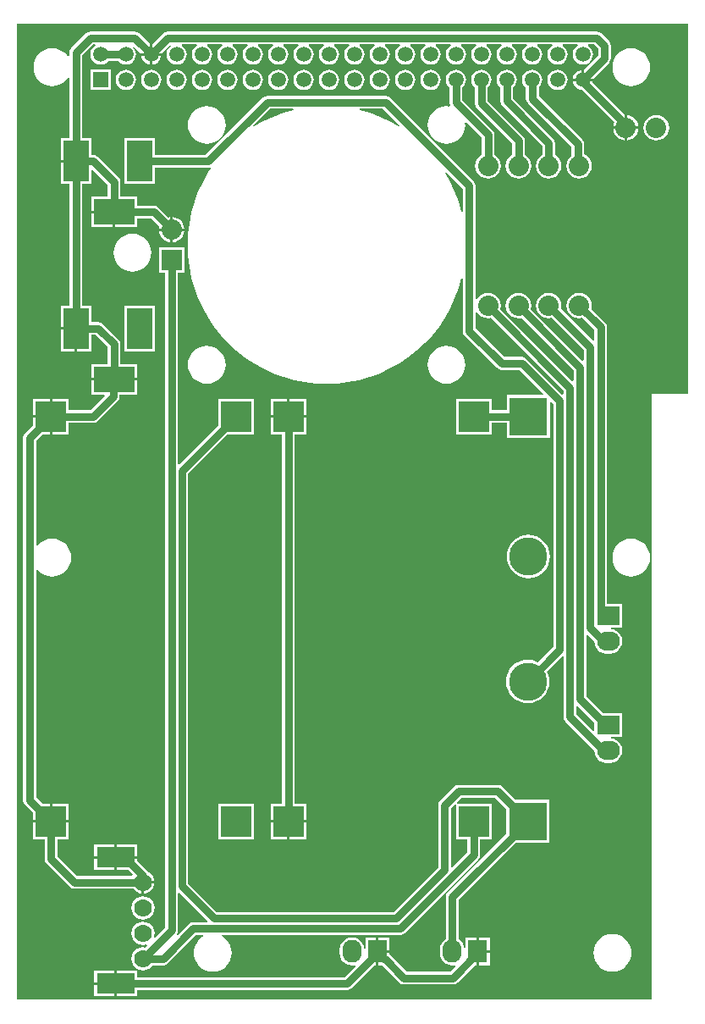
<source format=gtl>
G04*
G04 #@! TF.GenerationSoftware,Altium Limited,Altium Designer,19.0.4 (130)*
G04*
G04 Layer_Physical_Order=1*
G04 Layer_Color=255*
%FSTAX24Y24*%
%MOIN*%
G70*
G01*
G75*
%ADD30C,0.0300*%
%ADD31R,0.0800X0.0800*%
%ADD32C,0.0800*%
%ADD33R,0.1200X0.1200*%
%ADD34C,0.1500*%
%ADD35R,0.1500X0.1500*%
%ADD36R,0.1500X0.0800*%
%ADD37C,0.0700*%
%ADD38O,0.0900X0.0750*%
%ADD39R,0.0900X0.0750*%
%ADD40R,0.1600X0.1000*%
%ADD41R,0.1000X0.1600*%
%ADD42R,0.0591X0.0591*%
%ADD43C,0.0591*%
%ADD44R,0.0750X0.0900*%
%ADD45O,0.0750X0.0900*%
G36*
X03645Y03575D02*
X034996D01*
X035Y035746D01*
Y0119D01*
X01D01*
Y0503D01*
X03645D01*
Y03575D01*
D02*
G37*
%LPC*%
G36*
X014645Y050005D02*
X0129D01*
X012802Y049985D01*
X01272Y04993D01*
X012142Y049352D01*
X012086Y049269D01*
X012067Y049172D01*
Y049036D01*
X012021Y049015D01*
X012017Y049015D01*
X011926Y049126D01*
X011813Y049219D01*
X011685Y049287D01*
X011545Y04933D01*
X0114Y049344D01*
X011255Y04933D01*
X011115Y049287D01*
X010987Y049219D01*
X010874Y049126D01*
X010781Y049013D01*
X010713Y048885D01*
X01067Y048745D01*
X010656Y0486D01*
X01067Y048455D01*
X010713Y048315D01*
X010781Y048187D01*
X010874Y048074D01*
X010987Y047981D01*
X011115Y047913D01*
X011255Y04787D01*
X0114Y047856D01*
X011545Y04787D01*
X011685Y047913D01*
X011813Y047981D01*
X011926Y048074D01*
X012017Y048185D01*
X012021Y048185D01*
X012067Y048164D01*
Y0458D01*
X011722D01*
Y04495D01*
X012322D01*
Y04485D01*
X011722D01*
Y044D01*
X012067D01*
Y039216D01*
X011722D01*
Y038366D01*
X012322D01*
Y038316D01*
X012372D01*
Y037416D01*
X012922D01*
Y038061D01*
X013094D01*
X013567Y037588D01*
Y036916D01*
X012922D01*
Y036366D01*
X014722D01*
Y036916D01*
X014077D01*
Y037694D01*
X014057Y037791D01*
X014002Y037874D01*
X01338Y038496D01*
X013298Y038551D01*
X0132Y03857D01*
X012922D01*
Y039216D01*
X012577D01*
Y044D01*
X012922D01*
Y044552D01*
X012968Y044571D01*
X013567Y043972D01*
Y0435D01*
X012922D01*
Y04295D01*
X013822D01*
Y0429D01*
X013872D01*
Y0423D01*
X014722D01*
Y042645D01*
X015294D01*
X015612Y042327D01*
X015602Y04225D01*
X01605D01*
Y042698D01*
X015973Y042688D01*
X01558Y04308D01*
X015498Y043135D01*
X0154Y043155D01*
X014722D01*
Y0435D01*
X014077D01*
Y044078D01*
X014057Y044176D01*
X014002Y044258D01*
X01318Y04508D01*
X013098Y045135D01*
X013Y045155D01*
X012922D01*
Y0458D01*
X012577D01*
Y049066D01*
X013006Y049495D01*
X013086D01*
X013096Y049445D01*
X013013Y049382D01*
X01295Y049299D01*
X01291Y049203D01*
X012897Y0491D01*
X01291Y048997D01*
X01295Y048901D01*
X013013Y048818D01*
X013096Y048755D01*
X013192Y048715D01*
X013295Y048701D01*
X013398Y048715D01*
X013495Y048755D01*
X013577Y048818D01*
X013598Y048845D01*
X013993D01*
X014013Y048818D01*
X014096Y048755D01*
X014192Y048715D01*
X014295Y048701D01*
X014398Y048715D01*
X014495Y048755D01*
X014577Y048818D01*
X014641Y048901D01*
X01468Y048997D01*
X014694Y0491D01*
X01468Y049203D01*
X014641Y049299D01*
X014577Y049382D01*
X014522Y049424D01*
X014534Y049478D01*
X014553Y049482D01*
X014885Y04915D01*
X015245D01*
Y04951D01*
X014826Y04993D01*
X014743Y049985D01*
X014645Y050005D01*
D02*
G37*
G36*
X015687Y04905D02*
X015345D01*
Y048708D01*
X015398Y048715D01*
X015495Y048755D01*
X015577Y048818D01*
X015641Y048901D01*
X01568Y048997D01*
X015687Y04905D01*
D02*
G37*
G36*
X015245D02*
X014903D01*
X01491Y048997D01*
X01495Y048901D01*
X015013Y048818D01*
X015096Y048755D01*
X015192Y048715D01*
X015245Y048708D01*
Y04905D01*
D02*
G37*
G36*
X03285Y050005D02*
X015945D01*
X015848Y049985D01*
X015765Y04993D01*
X015345Y04951D01*
Y04915D01*
X015706D01*
X016037Y049482D01*
X016056Y049478D01*
X016068Y049424D01*
X016013Y049382D01*
X01595Y049299D01*
X01591Y049203D01*
X015897Y0491D01*
X01591Y048997D01*
X01595Y048901D01*
X016013Y048818D01*
X016096Y048755D01*
X016192Y048715D01*
X016295Y048701D01*
X016398Y048715D01*
X016495Y048755D01*
X016577Y048818D01*
X016641Y048901D01*
X01668Y048997D01*
X016694Y0491D01*
X01668Y049203D01*
X016641Y049299D01*
X016577Y049382D01*
X016495Y049445D01*
X016505Y049495D01*
X017086D01*
X017096Y049445D01*
X017013Y049382D01*
X01695Y049299D01*
X01691Y049203D01*
X016897Y0491D01*
X01691Y048997D01*
X01695Y048901D01*
X017013Y048818D01*
X017096Y048755D01*
X017192Y048715D01*
X017295Y048701D01*
X017398Y048715D01*
X017495Y048755D01*
X017577Y048818D01*
X017641Y048901D01*
X01768Y048997D01*
X017694Y0491D01*
X01768Y049203D01*
X017641Y049299D01*
X017577Y049382D01*
X017495Y049445D01*
X017505Y049495D01*
X018086D01*
X018096Y049445D01*
X018013Y049382D01*
X01795Y049299D01*
X01791Y049203D01*
X017897Y0491D01*
X01791Y048997D01*
X01795Y048901D01*
X018013Y048818D01*
X018096Y048755D01*
X018192Y048715D01*
X018295Y048701D01*
X018398Y048715D01*
X018495Y048755D01*
X018577Y048818D01*
X018641Y048901D01*
X01868Y048997D01*
X018694Y0491D01*
X01868Y049203D01*
X018641Y049299D01*
X018577Y049382D01*
X018495Y049445D01*
X018505Y049495D01*
X019086D01*
X019096Y049445D01*
X019013Y049382D01*
X01895Y049299D01*
X01891Y049203D01*
X018897Y0491D01*
X01891Y048997D01*
X01895Y048901D01*
X019013Y048818D01*
X019096Y048755D01*
X019192Y048715D01*
X019295Y048701D01*
X019398Y048715D01*
X019495Y048755D01*
X019577Y048818D01*
X019641Y048901D01*
X01968Y048997D01*
X019694Y0491D01*
X01968Y049203D01*
X019641Y049299D01*
X019577Y049382D01*
X019495Y049445D01*
X019505Y049495D01*
X020086D01*
X020096Y049445D01*
X020013Y049382D01*
X01995Y049299D01*
X01991Y049203D01*
X019897Y0491D01*
X01991Y048997D01*
X01995Y048901D01*
X020013Y048818D01*
X020096Y048755D01*
X020192Y048715D01*
X020295Y048701D01*
X020398Y048715D01*
X020495Y048755D01*
X020577Y048818D01*
X020641Y048901D01*
X02068Y048997D01*
X020694Y0491D01*
X02068Y049203D01*
X020641Y049299D01*
X020577Y049382D01*
X020495Y049445D01*
X020505Y049495D01*
X021086D01*
X021096Y049445D01*
X021013Y049382D01*
X02095Y049299D01*
X02091Y049203D01*
X020897Y0491D01*
X02091Y048997D01*
X02095Y048901D01*
X021013Y048818D01*
X021096Y048755D01*
X021192Y048715D01*
X021295Y048701D01*
X021398Y048715D01*
X021495Y048755D01*
X021577Y048818D01*
X021641Y048901D01*
X02168Y048997D01*
X021694Y0491D01*
X02168Y049203D01*
X021641Y049299D01*
X021577Y049382D01*
X021495Y049445D01*
X021505Y049495D01*
X022086D01*
X022096Y049445D01*
X022013Y049382D01*
X02195Y049299D01*
X02191Y049203D01*
X021897Y0491D01*
X02191Y048997D01*
X02195Y048901D01*
X022013Y048818D01*
X022096Y048755D01*
X022192Y048715D01*
X022295Y048701D01*
X022398Y048715D01*
X022495Y048755D01*
X022577Y048818D01*
X022641Y048901D01*
X02268Y048997D01*
X022694Y0491D01*
X02268Y049203D01*
X022641Y049299D01*
X022577Y049382D01*
X022495Y049445D01*
X022505Y049495D01*
X023086D01*
X023096Y049445D01*
X023013Y049382D01*
X02295Y049299D01*
X02291Y049203D01*
X022897Y0491D01*
X02291Y048997D01*
X02295Y048901D01*
X023013Y048818D01*
X023096Y048755D01*
X023192Y048715D01*
X023295Y048701D01*
X023398Y048715D01*
X023495Y048755D01*
X023577Y048818D01*
X023641Y048901D01*
X02368Y048997D01*
X023694Y0491D01*
X02368Y049203D01*
X023641Y049299D01*
X023577Y049382D01*
X023495Y049445D01*
X023505Y049495D01*
X024086D01*
X024096Y049445D01*
X024013Y049382D01*
X02395Y049299D01*
X02391Y049203D01*
X023897Y0491D01*
X02391Y048997D01*
X02395Y048901D01*
X024013Y048818D01*
X024096Y048755D01*
X024192Y048715D01*
X024295Y048701D01*
X024398Y048715D01*
X024495Y048755D01*
X024577Y048818D01*
X024641Y048901D01*
X02468Y048997D01*
X024694Y0491D01*
X02468Y049203D01*
X024641Y049299D01*
X024577Y049382D01*
X024495Y049445D01*
X024505Y049495D01*
X025086D01*
X025096Y049445D01*
X025013Y049382D01*
X02495Y049299D01*
X02491Y049203D01*
X024897Y0491D01*
X02491Y048997D01*
X02495Y048901D01*
X025013Y048818D01*
X025096Y048755D01*
X025192Y048715D01*
X025295Y048701D01*
X025398Y048715D01*
X025495Y048755D01*
X025577Y048818D01*
X025641Y048901D01*
X02568Y048997D01*
X025694Y0491D01*
X02568Y049203D01*
X025641Y049299D01*
X025577Y049382D01*
X025495Y049445D01*
X025505Y049495D01*
X026086D01*
X026096Y049445D01*
X026013Y049382D01*
X02595Y049299D01*
X02591Y049203D01*
X025897Y0491D01*
X02591Y048997D01*
X02595Y048901D01*
X026013Y048818D01*
X026096Y048755D01*
X026192Y048715D01*
X026295Y048701D01*
X026398Y048715D01*
X026495Y048755D01*
X026577Y048818D01*
X026641Y048901D01*
X02668Y048997D01*
X026694Y0491D01*
X02668Y049203D01*
X026641Y049299D01*
X026577Y049382D01*
X026495Y049445D01*
X026505Y049495D01*
X027086D01*
X027096Y049445D01*
X027013Y049382D01*
X02695Y049299D01*
X02691Y049203D01*
X026897Y0491D01*
X02691Y048997D01*
X02695Y048901D01*
X027013Y048818D01*
X027096Y048755D01*
X027192Y048715D01*
X027295Y048701D01*
X027398Y048715D01*
X027495Y048755D01*
X027577Y048818D01*
X027641Y048901D01*
X02768Y048997D01*
X027694Y0491D01*
X02768Y049203D01*
X027641Y049299D01*
X027577Y049382D01*
X027495Y049445D01*
X027505Y049495D01*
X028086D01*
X028096Y049445D01*
X028013Y049382D01*
X02795Y049299D01*
X02791Y049203D01*
X027897Y0491D01*
X02791Y048997D01*
X02795Y048901D01*
X028013Y048818D01*
X028096Y048755D01*
X028192Y048715D01*
X028295Y048701D01*
X028398Y048715D01*
X028495Y048755D01*
X028577Y048818D01*
X028641Y048901D01*
X02868Y048997D01*
X028694Y0491D01*
X02868Y049203D01*
X028641Y049299D01*
X028577Y049382D01*
X028495Y049445D01*
X028505Y049495D01*
X029086D01*
X029096Y049445D01*
X029013Y049382D01*
X02895Y049299D01*
X02891Y049203D01*
X028897Y0491D01*
X02891Y048997D01*
X02895Y048901D01*
X029013Y048818D01*
X029096Y048755D01*
X029192Y048715D01*
X029295Y048701D01*
X029398Y048715D01*
X029495Y048755D01*
X029577Y048818D01*
X029641Y048901D01*
X02968Y048997D01*
X029694Y0491D01*
X02968Y049203D01*
X029641Y049299D01*
X029577Y049382D01*
X029495Y049445D01*
X029505Y049495D01*
X030086D01*
X030096Y049445D01*
X030013Y049382D01*
X02995Y049299D01*
X02991Y049203D01*
X029897Y0491D01*
X02991Y048997D01*
X02995Y048901D01*
X030013Y048818D01*
X030096Y048755D01*
X030192Y048715D01*
X030295Y048701D01*
X030398Y048715D01*
X030495Y048755D01*
X030577Y048818D01*
X030641Y048901D01*
X03068Y048997D01*
X030694Y0491D01*
X03068Y049203D01*
X030641Y049299D01*
X030577Y049382D01*
X030495Y049445D01*
X030505Y049495D01*
X031086D01*
X031096Y049445D01*
X031013Y049382D01*
X03095Y049299D01*
X03091Y049203D01*
X030897Y0491D01*
X03091Y048997D01*
X03095Y048901D01*
X031013Y048818D01*
X031096Y048755D01*
X031192Y048715D01*
X031295Y048701D01*
X031398Y048715D01*
X031495Y048755D01*
X031577Y048818D01*
X031641Y048901D01*
X03168Y048997D01*
X031694Y0491D01*
X03168Y049203D01*
X031641Y049299D01*
X031577Y049382D01*
X031495Y049445D01*
X031505Y049495D01*
X032086D01*
X032096Y049445D01*
X032013Y049382D01*
X03195Y049299D01*
X03191Y049203D01*
X031897Y0491D01*
X03191Y048997D01*
X03195Y048901D01*
X032013Y048818D01*
X032096Y048755D01*
X032192Y048715D01*
X032295Y048701D01*
X032398Y048715D01*
X032495Y048755D01*
X032577Y048818D01*
X032641Y048901D01*
X03268Y048997D01*
X032694Y0491D01*
X03268Y049203D01*
X032641Y049299D01*
X032577Y049382D01*
X032495Y049445D01*
X032505Y049495D01*
X032744D01*
X032895Y049344D01*
Y04906D01*
X032345Y04851D01*
Y04815D01*
X032706D01*
X03333Y048774D01*
X033386Y048857D01*
X033405Y048955D01*
Y04945D01*
X033386Y049548D01*
X03333Y04963D01*
X03303Y04993D01*
X032948Y049985D01*
X03285Y050005D01*
D02*
G37*
G36*
X032245Y048492D02*
X032192Y048485D01*
X032096Y048445D01*
X032013Y048382D01*
X03195Y048299D01*
X03191Y048203D01*
X031903Y04815D01*
X032245D01*
Y048492D01*
D02*
G37*
G36*
X0342Y049344D02*
X034055Y04933D01*
X033915Y049287D01*
X033787Y049219D01*
X033674Y049126D01*
X033581Y049013D01*
X033513Y048885D01*
X03347Y048745D01*
X033456Y0486D01*
X03347Y048455D01*
X033513Y048315D01*
X033581Y048187D01*
X033674Y048074D01*
X033787Y047981D01*
X033915Y047913D01*
X034055Y04787D01*
X0342Y047856D01*
X034345Y04787D01*
X034485Y047913D01*
X034613Y047981D01*
X034726Y048074D01*
X034819Y048187D01*
X034887Y048315D01*
X03493Y048455D01*
X034944Y0486D01*
X03493Y048745D01*
X034887Y048885D01*
X034819Y049013D01*
X034726Y049126D01*
X034613Y049219D01*
X034485Y049287D01*
X034345Y04933D01*
X0342Y049344D01*
D02*
G37*
G36*
X013691Y048495D02*
X0129D01*
Y047705D01*
X013691D01*
Y048495D01*
D02*
G37*
G36*
X031295Y048499D02*
X031192Y048485D01*
X031096Y048445D01*
X031013Y048382D01*
X03095Y048299D01*
X03091Y048203D01*
X030897Y0481D01*
X03091Y047997D01*
X03095Y047901D01*
X031013Y047818D01*
X031096Y047755D01*
X031192Y047715D01*
X031295Y047701D01*
X031398Y047715D01*
X031495Y047755D01*
X031577Y047818D01*
X031641Y047901D01*
X03168Y047997D01*
X031694Y0481D01*
X03168Y048203D01*
X031641Y048299D01*
X031577Y048382D01*
X031495Y048445D01*
X031398Y048485D01*
X031295Y048499D01*
D02*
G37*
G36*
X026295D02*
X026192Y048485D01*
X026096Y048445D01*
X026013Y048382D01*
X02595Y048299D01*
X02591Y048203D01*
X025897Y0481D01*
X02591Y047997D01*
X02595Y047901D01*
X026013Y047818D01*
X026096Y047755D01*
X026192Y047715D01*
X026295Y047701D01*
X026398Y047715D01*
X026495Y047755D01*
X026577Y047818D01*
X026641Y047901D01*
X02668Y047997D01*
X026694Y0481D01*
X02668Y048203D01*
X026641Y048299D01*
X026577Y048382D01*
X026495Y048445D01*
X026398Y048485D01*
X026295Y048499D01*
D02*
G37*
G36*
X025295D02*
X025192Y048485D01*
X025096Y048445D01*
X025013Y048382D01*
X02495Y048299D01*
X02491Y048203D01*
X024897Y0481D01*
X02491Y047997D01*
X02495Y047901D01*
X025013Y047818D01*
X025096Y047755D01*
X025192Y047715D01*
X025295Y047701D01*
X025398Y047715D01*
X025495Y047755D01*
X025577Y047818D01*
X025641Y047901D01*
X02568Y047997D01*
X025694Y0481D01*
X02568Y048203D01*
X025641Y048299D01*
X025577Y048382D01*
X025495Y048445D01*
X025398Y048485D01*
X025295Y048499D01*
D02*
G37*
G36*
X024295D02*
X024192Y048485D01*
X024096Y048445D01*
X024013Y048382D01*
X02395Y048299D01*
X02391Y048203D01*
X023897Y0481D01*
X02391Y047997D01*
X02395Y047901D01*
X024013Y047818D01*
X024096Y047755D01*
X024192Y047715D01*
X024295Y047701D01*
X024398Y047715D01*
X024495Y047755D01*
X024577Y047818D01*
X024641Y047901D01*
X02468Y047997D01*
X024694Y0481D01*
X02468Y048203D01*
X024641Y048299D01*
X024577Y048382D01*
X024495Y048445D01*
X024398Y048485D01*
X024295Y048499D01*
D02*
G37*
G36*
X023295D02*
X023192Y048485D01*
X023096Y048445D01*
X023013Y048382D01*
X02295Y048299D01*
X02291Y048203D01*
X022897Y0481D01*
X02291Y047997D01*
X02295Y047901D01*
X023013Y047818D01*
X023096Y047755D01*
X023192Y047715D01*
X023295Y047701D01*
X023398Y047715D01*
X023495Y047755D01*
X023577Y047818D01*
X023641Y047901D01*
X02368Y047997D01*
X023694Y0481D01*
X02368Y048203D01*
X023641Y048299D01*
X023577Y048382D01*
X023495Y048445D01*
X023398Y048485D01*
X023295Y048499D01*
D02*
G37*
G36*
X022295D02*
X022192Y048485D01*
X022096Y048445D01*
X022013Y048382D01*
X02195Y048299D01*
X02191Y048203D01*
X021897Y0481D01*
X02191Y047997D01*
X02195Y047901D01*
X022013Y047818D01*
X022096Y047755D01*
X022192Y047715D01*
X022295Y047701D01*
X022398Y047715D01*
X022495Y047755D01*
X022577Y047818D01*
X022641Y047901D01*
X02268Y047997D01*
X022694Y0481D01*
X02268Y048203D01*
X022641Y048299D01*
X022577Y048382D01*
X022495Y048445D01*
X022398Y048485D01*
X022295Y048499D01*
D02*
G37*
G36*
X021295D02*
X021192Y048485D01*
X021096Y048445D01*
X021013Y048382D01*
X02095Y048299D01*
X02091Y048203D01*
X020897Y0481D01*
X02091Y047997D01*
X02095Y047901D01*
X021013Y047818D01*
X021096Y047755D01*
X021192Y047715D01*
X021295Y047701D01*
X021398Y047715D01*
X021495Y047755D01*
X021577Y047818D01*
X021641Y047901D01*
X02168Y047997D01*
X021694Y0481D01*
X02168Y048203D01*
X021641Y048299D01*
X021577Y048382D01*
X021495Y048445D01*
X021398Y048485D01*
X021295Y048499D01*
D02*
G37*
G36*
X020295D02*
X020192Y048485D01*
X020096Y048445D01*
X020013Y048382D01*
X01995Y048299D01*
X01991Y048203D01*
X019897Y0481D01*
X01991Y047997D01*
X01995Y047901D01*
X020013Y047818D01*
X020096Y047755D01*
X020192Y047715D01*
X020295Y047701D01*
X020398Y047715D01*
X020495Y047755D01*
X020577Y047818D01*
X020641Y047901D01*
X02068Y047997D01*
X020694Y0481D01*
X02068Y048203D01*
X020641Y048299D01*
X020577Y048382D01*
X020495Y048445D01*
X020398Y048485D01*
X020295Y048499D01*
D02*
G37*
G36*
X019295D02*
X019192Y048485D01*
X019096Y048445D01*
X019013Y048382D01*
X01895Y048299D01*
X01891Y048203D01*
X018897Y0481D01*
X01891Y047997D01*
X01895Y047901D01*
X019013Y047818D01*
X019096Y047755D01*
X019192Y047715D01*
X019295Y047701D01*
X019398Y047715D01*
X019495Y047755D01*
X019577Y047818D01*
X019641Y047901D01*
X01968Y047997D01*
X019694Y0481D01*
X01968Y048203D01*
X019641Y048299D01*
X019577Y048382D01*
X019495Y048445D01*
X019398Y048485D01*
X019295Y048499D01*
D02*
G37*
G36*
X018295D02*
X018192Y048485D01*
X018096Y048445D01*
X018013Y048382D01*
X01795Y048299D01*
X01791Y048203D01*
X017897Y0481D01*
X01791Y047997D01*
X01795Y047901D01*
X018013Y047818D01*
X018096Y047755D01*
X018192Y047715D01*
X018295Y047701D01*
X018398Y047715D01*
X018495Y047755D01*
X018577Y047818D01*
X018641Y047901D01*
X01868Y047997D01*
X018694Y0481D01*
X01868Y048203D01*
X018641Y048299D01*
X018577Y048382D01*
X018495Y048445D01*
X018398Y048485D01*
X018295Y048499D01*
D02*
G37*
G36*
X017295D02*
X017192Y048485D01*
X017096Y048445D01*
X017013Y048382D01*
X01695Y048299D01*
X01691Y048203D01*
X016897Y0481D01*
X01691Y047997D01*
X01695Y047901D01*
X017013Y047818D01*
X017096Y047755D01*
X017192Y047715D01*
X017295Y047701D01*
X017398Y047715D01*
X017495Y047755D01*
X017577Y047818D01*
X017641Y047901D01*
X01768Y047997D01*
X017694Y0481D01*
X01768Y048203D01*
X017641Y048299D01*
X017577Y048382D01*
X017495Y048445D01*
X017398Y048485D01*
X017295Y048499D01*
D02*
G37*
G36*
X016295D02*
X016192Y048485D01*
X016096Y048445D01*
X016013Y048382D01*
X01595Y048299D01*
X01591Y048203D01*
X015897Y0481D01*
X01591Y047997D01*
X01595Y047901D01*
X016013Y047818D01*
X016096Y047755D01*
X016192Y047715D01*
X016295Y047701D01*
X016398Y047715D01*
X016495Y047755D01*
X016577Y047818D01*
X016641Y047901D01*
X01668Y047997D01*
X016694Y0481D01*
X01668Y048203D01*
X016641Y048299D01*
X016577Y048382D01*
X016495Y048445D01*
X016398Y048485D01*
X016295Y048499D01*
D02*
G37*
G36*
X015295D02*
X015192Y048485D01*
X015096Y048445D01*
X015013Y048382D01*
X01495Y048299D01*
X01491Y048203D01*
X014897Y0481D01*
X01491Y047997D01*
X01495Y047901D01*
X015013Y047818D01*
X015096Y047755D01*
X015192Y047715D01*
X015295Y047701D01*
X015398Y047715D01*
X015495Y047755D01*
X015577Y047818D01*
X015641Y047901D01*
X01568Y047997D01*
X015694Y0481D01*
X01568Y048203D01*
X015641Y048299D01*
X015577Y048382D01*
X015495Y048445D01*
X015398Y048485D01*
X015295Y048499D01*
D02*
G37*
G36*
X014295D02*
X014192Y048485D01*
X014096Y048445D01*
X014013Y048382D01*
X01395Y048299D01*
X01391Y048203D01*
X013897Y0481D01*
X01391Y047997D01*
X01395Y047901D01*
X014013Y047818D01*
X014096Y047755D01*
X014192Y047715D01*
X014295Y047701D01*
X014398Y047715D01*
X014495Y047755D01*
X014577Y047818D01*
X014641Y047901D01*
X01468Y047997D01*
X014694Y0481D01*
X01468Y048203D01*
X014641Y048299D01*
X014577Y048382D01*
X014495Y048445D01*
X014398Y048485D01*
X014295Y048499D01*
D02*
G37*
G36*
X027295D02*
X027192Y048485D01*
X027096Y048445D01*
X027013Y048382D01*
X02695Y048299D01*
X02691Y048203D01*
X026897Y0481D01*
X02691Y047997D01*
X02695Y047901D01*
X027013Y047818D01*
X02704Y047797D01*
Y047204D01*
X02706Y047107D01*
X027064Y0471D01*
X027036Y047053D01*
X02692Y047064D01*
X026775Y04705D01*
X026635Y047007D01*
X026507Y046939D01*
X026394Y046846D01*
X026301Y046733D01*
X026233Y046605D01*
X02619Y046465D01*
X026176Y04632D01*
X02619Y046175D01*
X026233Y046035D01*
X026301Y045907D01*
X026394Y045794D01*
X026507Y045701D01*
X026635Y045633D01*
X026775Y04559D01*
X02692Y045576D01*
X027065Y04559D01*
X027205Y045633D01*
X027333Y045701D01*
X027446Y045794D01*
X027539Y045907D01*
X027607Y046035D01*
X02765Y046175D01*
X027664Y04632D01*
X027655Y046413D01*
X027703Y046436D01*
X028301Y045838D01*
Y045149D01*
X0282Y045071D01*
X02812Y044966D01*
X028069Y044845D01*
X028052Y044714D01*
X028069Y044584D01*
X02812Y044462D01*
X0282Y044358D01*
X028304Y044278D01*
X028426Y044227D01*
X028556Y04421D01*
X028687Y044227D01*
X028808Y044278D01*
X028913Y044358D01*
X028993Y044462D01*
X029043Y044584D01*
X029061Y044714D01*
X029043Y044845D01*
X028993Y044966D01*
X028913Y045071D01*
X028811Y045149D01*
Y045943D01*
X028792Y046041D01*
X028737Y046123D01*
X02755Y04731D01*
Y047797D01*
X027577Y047818D01*
X027641Y047901D01*
X02768Y047997D01*
X027694Y0481D01*
X02768Y048203D01*
X027641Y048299D01*
X027577Y048382D01*
X027495Y048445D01*
X027398Y048485D01*
X027295Y048499D01*
D02*
G37*
G36*
X034036Y046712D02*
Y046264D01*
X034484D01*
X034473Y046345D01*
X034423Y046466D01*
X034343Y046571D01*
X034238Y046651D01*
X034117Y046701D01*
X034036Y046712D01*
D02*
G37*
G36*
X032687Y04805D02*
X031903D01*
X03191Y047997D01*
X03195Y047901D01*
X032013Y047818D01*
X032096Y047755D01*
X032192Y047715D01*
X032249Y047707D01*
X033532Y046424D01*
X033499Y046345D01*
X033489Y046264D01*
X033936D01*
Y046741D01*
X03268Y047997D01*
X03268Y047997D01*
X032687Y04805D01*
D02*
G37*
G36*
X034484Y046164D02*
X034036D01*
Y045717D01*
X034117Y045727D01*
X034238Y045778D01*
X034343Y045858D01*
X034423Y045962D01*
X034473Y046084D01*
X034484Y046164D01*
D02*
G37*
G36*
X033936D02*
X033489D01*
X033499Y046084D01*
X03355Y045962D01*
X03363Y045858D01*
X033734Y045778D01*
X033856Y045727D01*
X033936Y045717D01*
Y046164D01*
D02*
G37*
G36*
X035186Y046719D02*
X035056Y046701D01*
X034934Y046651D01*
X03483Y046571D01*
X03475Y046466D01*
X034699Y046345D01*
X034682Y046214D01*
X034699Y046084D01*
X03475Y045962D01*
X03483Y045858D01*
X034934Y045778D01*
X035056Y045727D01*
X035186Y04571D01*
X035317Y045727D01*
X035438Y045778D01*
X035543Y045858D01*
X035623Y045962D01*
X035673Y046084D01*
X035691Y046214D01*
X035673Y046345D01*
X035623Y046466D01*
X035543Y046571D01*
X035438Y046651D01*
X035317Y046701D01*
X035186Y046719D01*
D02*
G37*
G36*
X01748Y047064D02*
X017335Y04705D01*
X017195Y047007D01*
X017067Y046939D01*
X016954Y046846D01*
X016861Y046733D01*
X016793Y046605D01*
X01675Y046465D01*
X016736Y04632D01*
X01675Y046175D01*
X016793Y046035D01*
X016861Y045907D01*
X016954Y045794D01*
X017067Y045701D01*
X017195Y045633D01*
X017335Y04559D01*
X01748Y045576D01*
X017625Y04559D01*
X017765Y045633D01*
X017893Y045701D01*
X018006Y045794D01*
X018099Y045907D01*
X018167Y046035D01*
X01821Y046175D01*
X018224Y04632D01*
X01821Y046465D01*
X018167Y046605D01*
X018099Y046733D01*
X018006Y046846D01*
X017893Y046939D01*
X017765Y047007D01*
X017625Y04705D01*
X01748Y047064D01*
D02*
G37*
G36*
X024526Y047469D02*
X019862D01*
X019764Y04745D01*
X019682Y047395D01*
X017442Y045155D01*
X015422D01*
Y045405D01*
X015427Y045429D01*
X015422Y045454D01*
Y0458D01*
X014222D01*
Y044D01*
X015422D01*
Y044645D01*
X017548D01*
X017611Y044658D01*
X017641Y044613D01*
X017537Y044457D01*
X017328Y044083D01*
X017148Y043693D01*
X016999Y04329D01*
X016883Y042877D01*
X016799Y042455D01*
X016748Y042029D01*
X016731Y0416D01*
X016748Y041171D01*
X016799Y040745D01*
X016883Y040323D01*
X016999Y03991D01*
X017148Y039507D01*
X017328Y039117D01*
X017537Y038743D01*
X017776Y038386D01*
X018042Y038048D01*
X018333Y037733D01*
X018648Y037442D01*
X018986Y037176D01*
X019343Y036937D01*
X019717Y036727D01*
X020107Y036548D01*
X02051Y036399D01*
X020923Y036283D01*
X021345Y036199D01*
X021771Y036148D01*
X0222Y036131D01*
X022629Y036148D01*
X023055Y036199D01*
X023477Y036283D01*
X02389Y036399D01*
X024293Y036548D01*
X024683Y036727D01*
X025057Y036937D01*
X025414Y037176D01*
X025752Y037442D01*
X026067Y037733D01*
X026358Y038048D01*
X026624Y038386D01*
X026863Y038743D01*
X027073Y039117D01*
X027252Y039507D01*
X027401Y03991D01*
X027509Y040295D01*
X027559Y040288D01*
Y038214D01*
X027579Y038117D01*
X027634Y038034D01*
X02891Y036758D01*
X028993Y036703D01*
X02909Y036683D01*
X029801D01*
X030747Y035738D01*
X030728Y035692D01*
X0293D01*
Y035106D01*
X028699D01*
Y035552D01*
X027299D01*
Y034152D01*
X028699D01*
Y034597D01*
X0293D01*
Y033992D01*
X031D01*
Y035419D01*
X031046Y035438D01*
X031129Y035355D01*
Y025785D01*
X030518Y025174D01*
X030452Y025209D01*
X030292Y025258D01*
X030125Y025274D01*
X029958Y025258D01*
X029798Y025209D01*
X02965Y02513D01*
X029521Y025024D01*
X029415Y024895D01*
X029336Y024747D01*
X029287Y024587D01*
X029271Y02442D01*
X029287Y024253D01*
X029336Y024093D01*
X029415Y023945D01*
X029521Y023816D01*
X02965Y02371D01*
X029798Y023631D01*
X029958Y023582D01*
X030125Y023566D01*
X030292Y023582D01*
X030452Y023631D01*
X0306Y02371D01*
X030729Y023816D01*
X030835Y023945D01*
X030914Y024093D01*
X030963Y024253D01*
X030979Y02442D01*
X030963Y024587D01*
X030914Y024747D01*
X030879Y024813D01*
X031483Y025418D01*
X031529Y025399D01*
Y023031D01*
X031549Y022934D01*
X031604Y022851D01*
X032742Y021713D01*
X03274Y0217D01*
X032756Y021576D01*
X032804Y02146D01*
X03288Y021361D01*
X03298Y021285D01*
X033095Y021237D01*
X033219Y021221D01*
X033369D01*
X033493Y021237D01*
X033609Y021285D01*
X033708Y021361D01*
X033784Y02146D01*
X033832Y021576D01*
X033848Y0217D01*
X033832Y021824D01*
X033784Y02194D01*
X033708Y022039D01*
X033609Y022115D01*
X033493Y022163D01*
X0334Y022175D01*
X033404Y022225D01*
X033844D01*
Y023175D01*
X033105D01*
X032439Y023841D01*
Y026251D01*
X032485Y02627D01*
X032742Y026013D01*
X03274Y026D01*
X032756Y025876D01*
X032804Y02576D01*
X03288Y025661D01*
X03298Y025585D01*
X033095Y025537D01*
X033219Y025521D01*
X033369D01*
X033493Y025537D01*
X033609Y025585D01*
X033708Y025661D01*
X033784Y02576D01*
X033832Y025876D01*
X033848Y026D01*
X033832Y026124D01*
X033784Y02624D01*
X033708Y026339D01*
X033609Y026415D01*
X033493Y026463D01*
X0334Y026475D01*
X033404Y026525D01*
X033844D01*
Y027475D01*
X033249D01*
Y03837D01*
X03323Y038468D01*
X033174Y03855D01*
X032638Y039087D01*
X032654Y039214D01*
X032637Y039345D01*
X032587Y039466D01*
X032507Y039571D01*
X032402Y039651D01*
X032281Y039701D01*
X03215Y039719D01*
X032019Y039701D01*
X031898Y039651D01*
X031793Y039571D01*
X031713Y039466D01*
X031663Y039345D01*
X031646Y039214D01*
X031663Y039084D01*
X031713Y038962D01*
X031793Y038858D01*
X031898Y038778D01*
X032019Y038727D01*
X03215Y03871D01*
X032277Y038727D01*
X032739Y038265D01*
Y037851D01*
X032693Y037832D01*
X031438Y039087D01*
X031454Y039214D01*
X031437Y039345D01*
X031387Y039466D01*
X031307Y039571D01*
X031202Y039651D01*
X031081Y039701D01*
X03095Y039719D01*
X030819Y039701D01*
X030698Y039651D01*
X030593Y039571D01*
X030513Y039466D01*
X030463Y039345D01*
X030446Y039214D01*
X030463Y039084D01*
X030513Y038962D01*
X030593Y038858D01*
X030698Y038778D01*
X030819Y038727D01*
X03095Y03871D01*
X031077Y038727D01*
X032329Y037475D01*
Y037067D01*
X032283Y037048D01*
X030244Y039087D01*
X030261Y039214D01*
X030243Y039345D01*
X030193Y039466D01*
X030113Y039571D01*
X030008Y039651D01*
X029887Y039701D01*
X029756Y039719D01*
X029626Y039701D01*
X029504Y039651D01*
X0294Y039571D01*
X02932Y039466D01*
X029269Y039345D01*
X029252Y039214D01*
X029269Y039084D01*
X02932Y038962D01*
X0294Y038858D01*
X029504Y038778D01*
X029626Y038727D01*
X029756Y03871D01*
X029883Y038727D01*
X031929Y036681D01*
Y036267D01*
X031883Y036248D01*
X029044Y039087D01*
X029061Y039214D01*
X029043Y039345D01*
X028993Y039466D01*
X028913Y039571D01*
X028808Y039651D01*
X028687Y039701D01*
X028556Y039719D01*
X028426Y039701D01*
X028304Y039651D01*
X0282Y039571D01*
X02812Y039466D01*
X028118Y039463D01*
X028069Y039473D01*
Y043926D01*
X02805Y044023D01*
X027995Y044106D01*
X024706Y047395D01*
X024623Y04745D01*
X024526Y047469D01*
D02*
G37*
G36*
X030295Y048499D02*
X030192Y048485D01*
X030096Y048445D01*
X030013Y048382D01*
X02995Y048299D01*
X02991Y048203D01*
X029897Y0481D01*
X02991Y047997D01*
X02995Y047901D01*
X030013Y047818D01*
X030049Y047791D01*
Y047355D01*
X030068Y047257D01*
X030123Y047174D01*
X031839Y045459D01*
Y045106D01*
X031793Y045071D01*
X031713Y044966D01*
X031663Y044845D01*
X031646Y044714D01*
X031663Y044584D01*
X031713Y044462D01*
X031793Y044358D01*
X031898Y044278D01*
X032019Y044227D01*
X03215Y04421D01*
X032281Y044227D01*
X032402Y044278D01*
X032507Y044358D01*
X032587Y044462D01*
X032637Y044584D01*
X032654Y044714D01*
X032637Y044845D01*
X032587Y044966D01*
X032507Y045071D01*
X032402Y045151D01*
X032349Y045173D01*
Y045564D01*
X032329Y045662D01*
X032274Y045745D01*
X030558Y04746D01*
Y047804D01*
X030577Y047818D01*
X030641Y047901D01*
X03068Y047997D01*
X030694Y0481D01*
X03068Y048203D01*
X030641Y048299D01*
X030577Y048382D01*
X030495Y048445D01*
X030398Y048485D01*
X030295Y048499D01*
D02*
G37*
G36*
X029295D02*
X029192Y048485D01*
X029096Y048445D01*
X029013Y048382D01*
X02895Y048299D01*
X02891Y048203D01*
X028897Y0481D01*
X02891Y047997D01*
X02895Y047901D01*
X029013Y047818D01*
X02904Y047797D01*
Y047263D01*
X02906Y047165D01*
X029115Y047083D01*
X030695Y045503D01*
Y045149D01*
X030593Y045071D01*
X030513Y044966D01*
X030463Y044845D01*
X030446Y044714D01*
X030463Y044584D01*
X030513Y044462D01*
X030593Y044358D01*
X030698Y044278D01*
X030819Y044227D01*
X03095Y04421D01*
X031081Y044227D01*
X031202Y044278D01*
X031307Y044358D01*
X031387Y044462D01*
X031437Y044584D01*
X031454Y044714D01*
X031437Y044845D01*
X031387Y044966D01*
X031307Y045071D01*
X031205Y045149D01*
Y045608D01*
X031186Y045706D01*
X03113Y045788D01*
X02955Y047368D01*
Y047797D01*
X029577Y047818D01*
X029641Y047901D01*
X02968Y047997D01*
X029694Y0481D01*
X02968Y048203D01*
X029641Y048299D01*
X029577Y048382D01*
X029495Y048445D01*
X029398Y048485D01*
X029295Y048499D01*
D02*
G37*
G36*
X028295D02*
X028192Y048485D01*
X028096Y048445D01*
X028013Y048382D01*
X02795Y048299D01*
X02791Y048203D01*
X027897Y0481D01*
X02791Y047997D01*
X02795Y047901D01*
X028013Y047818D01*
X02804Y047797D01*
Y047166D01*
X02806Y047068D01*
X028115Y046986D01*
X029501Y045599D01*
Y045149D01*
X0294Y045071D01*
X02932Y044966D01*
X029269Y044845D01*
X029252Y044714D01*
X029269Y044584D01*
X02932Y044462D01*
X0294Y044358D01*
X029504Y044278D01*
X029626Y044227D01*
X029756Y04421D01*
X029887Y044227D01*
X030008Y044278D01*
X030113Y044358D01*
X030193Y044462D01*
X030243Y044584D01*
X030261Y044714D01*
X030243Y044845D01*
X030193Y044966D01*
X030113Y045071D01*
X030011Y045149D01*
Y045705D01*
X029992Y045803D01*
X029937Y045885D01*
X02855Y047272D01*
Y047797D01*
X028577Y047818D01*
X028641Y047901D01*
X02868Y047997D01*
X028694Y0481D01*
X02868Y048203D01*
X028641Y048299D01*
X028577Y048382D01*
X028495Y048445D01*
X028398Y048485D01*
X028295Y048499D01*
D02*
G37*
G36*
X013772Y04285D02*
X012922D01*
Y0423D01*
X013772D01*
Y04285D01*
D02*
G37*
G36*
X01615Y042698D02*
Y04225D01*
X016598D01*
X016587Y042331D01*
X016537Y042452D01*
X016457Y042557D01*
X016352Y042637D01*
X016231Y042687D01*
X01615Y042698D01*
D02*
G37*
G36*
X016598Y04215D02*
X01615D01*
Y041702D01*
X016231Y041713D01*
X016352Y041763D01*
X016457Y041843D01*
X016537Y041948D01*
X016587Y042069D01*
X016598Y04215D01*
D02*
G37*
G36*
X01605D02*
X015602D01*
X015613Y042069D01*
X015663Y041948D01*
X015743Y041843D01*
X015848Y041763D01*
X015969Y041713D01*
X01605Y041702D01*
Y04215D01*
D02*
G37*
G36*
X014553Y042044D02*
X014408Y04203D01*
X014268Y041987D01*
X014139Y041919D01*
X014027Y041826D01*
X013934Y041713D01*
X013865Y041585D01*
X013823Y041445D01*
X013809Y0413D01*
X013823Y041155D01*
X013865Y041015D01*
X013934Y040887D01*
X014027Y040774D01*
X014139Y040681D01*
X014268Y040613D01*
X014408Y04057D01*
X014553Y040556D01*
X014698Y04057D01*
X014838Y040613D01*
X014966Y040681D01*
X015079Y040774D01*
X015171Y040887D01*
X01524Y041015D01*
X015283Y041155D01*
X015297Y0413D01*
X015283Y041445D01*
X01524Y041585D01*
X015171Y041713D01*
X015079Y041826D01*
X014966Y041919D01*
X014838Y041987D01*
X014698Y04203D01*
X014553Y042044D01*
D02*
G37*
G36*
X015422Y039216D02*
X014222D01*
Y037416D01*
X015422D01*
Y039216D01*
D02*
G37*
G36*
X012272Y038266D02*
X011722D01*
Y037416D01*
X012272D01*
Y038266D01*
D02*
G37*
G36*
X02692Y037624D02*
X026775Y03761D01*
X026635Y037567D01*
X026507Y037499D01*
X026394Y037406D01*
X026301Y037293D01*
X026233Y037165D01*
X02619Y037025D01*
X026176Y03688D01*
X02619Y036735D01*
X026233Y036595D01*
X026301Y036467D01*
X026394Y036354D01*
X026507Y036261D01*
X026635Y036193D01*
X026775Y03615D01*
X02692Y036136D01*
X027065Y03615D01*
X027205Y036193D01*
X027333Y036261D01*
X027446Y036354D01*
X027539Y036467D01*
X027607Y036595D01*
X02765Y036735D01*
X027664Y03688D01*
X02765Y037025D01*
X027607Y037165D01*
X027539Y037293D01*
X027446Y037406D01*
X027333Y037499D01*
X027205Y037567D01*
X027065Y03761D01*
X02692Y037624D01*
D02*
G37*
G36*
X01748D02*
X017335Y03761D01*
X017195Y037567D01*
X017067Y037499D01*
X016954Y037406D01*
X016861Y037293D01*
X016793Y037165D01*
X01675Y037025D01*
X016736Y03688D01*
X01675Y036735D01*
X016793Y036595D01*
X016861Y036467D01*
X016954Y036354D01*
X017067Y036261D01*
X017195Y036193D01*
X017335Y03615D01*
X01748Y036136D01*
X017625Y03615D01*
X017765Y036193D01*
X017893Y036261D01*
X018006Y036354D01*
X018099Y036467D01*
X018167Y036595D01*
X01821Y036735D01*
X018224Y03688D01*
X01821Y037025D01*
X018167Y037165D01*
X018099Y037293D01*
X018006Y037406D01*
X017893Y037499D01*
X017765Y037567D01*
X017625Y03761D01*
X01748Y037624D01*
D02*
G37*
G36*
X014722Y036266D02*
X012922D01*
Y035716D01*
X013438D01*
X013457Y035669D01*
X012894Y035106D01*
X01205D01*
Y035552D01*
X0114D01*
Y034852D01*
Y034152D01*
X01205D01*
Y034597D01*
X013D01*
X013098Y034616D01*
X01318Y034671D01*
X01398Y035471D01*
X014036Y035554D01*
X014055Y035652D01*
Y035716D01*
X014722D01*
Y036266D01*
D02*
G37*
G36*
X0214Y035552D02*
X02075D01*
Y034902D01*
X0214D01*
Y035552D01*
D02*
G37*
G36*
X02065D02*
X02D01*
Y034902D01*
X02065D01*
Y035552D01*
D02*
G37*
G36*
X0113D02*
X01065D01*
Y034902D01*
X0113D01*
Y035552D01*
D02*
G37*
G36*
X0342Y030044D02*
X034055Y03003D01*
X033915Y029987D01*
X033787Y029919D01*
X033674Y029826D01*
X033581Y029713D01*
X033513Y029585D01*
X03347Y029445D01*
X033456Y0293D01*
X03347Y029155D01*
X033513Y029015D01*
X033581Y028887D01*
X033674Y028774D01*
X033787Y028681D01*
X033915Y028613D01*
X034055Y02857D01*
X0342Y028556D01*
X034345Y02857D01*
X034485Y028613D01*
X034613Y028681D01*
X034726Y028774D01*
X034819Y028887D01*
X034887Y029015D01*
X03493Y029155D01*
X034944Y0293D01*
X03493Y029445D01*
X034887Y029585D01*
X034819Y029713D01*
X034726Y029826D01*
X034613Y029919D01*
X034485Y029987D01*
X034345Y03003D01*
X0342Y030044D01*
D02*
G37*
G36*
X0113Y034802D02*
X01065D01*
Y034512D01*
X010329Y034191D01*
X010274Y034109D01*
X010255Y034011D01*
Y019752D01*
X010274Y019655D01*
X010329Y019572D01*
X01065Y019251D01*
Y018962D01*
X0113D01*
Y019612D01*
X01101D01*
X010764Y019858D01*
Y028828D01*
X010814Y028846D01*
X010874Y028774D01*
X010987Y028681D01*
X011115Y028613D01*
X011255Y02857D01*
X0114Y028556D01*
X011545Y02857D01*
X011685Y028613D01*
X011813Y028681D01*
X011926Y028774D01*
X012019Y028887D01*
X012087Y029015D01*
X01213Y029155D01*
X012144Y0293D01*
X01213Y029445D01*
X012087Y029585D01*
X012019Y029713D01*
X011926Y029826D01*
X011813Y029919D01*
X011685Y029987D01*
X011545Y03003D01*
X0114Y030044D01*
X011255Y03003D01*
X011115Y029987D01*
X010987Y029919D01*
X010874Y029826D01*
X010814Y029754D01*
X010764Y029772D01*
Y033905D01*
X01101Y034152D01*
X0113D01*
Y034802D01*
D02*
G37*
G36*
X03015Y030196D02*
X029983Y030179D01*
X029823Y030131D01*
X029675Y030052D01*
X029546Y029946D01*
X02944Y029816D01*
X029361Y029668D01*
X029312Y029508D01*
X029296Y029342D01*
X029312Y029175D01*
X029361Y029015D01*
X02944Y028867D01*
X029546Y028738D01*
X029675Y028631D01*
X029823Y028552D01*
X029983Y028504D01*
X03015Y028487D01*
X030317Y028504D01*
X030477Y028552D01*
X030625Y028631D01*
X030754Y028738D01*
X03086Y028867D01*
X030939Y029015D01*
X030988Y029175D01*
X031004Y029342D01*
X030988Y029508D01*
X030939Y029668D01*
X03086Y029816D01*
X030754Y029946D01*
X030625Y030052D01*
X030477Y030131D01*
X030317Y030179D01*
X03015Y030196D01*
D02*
G37*
G36*
X01205Y019612D02*
X0114D01*
Y018962D01*
X01205D01*
Y019612D01*
D02*
G37*
G36*
X0214Y034802D02*
X0207D01*
X02D01*
Y034152D01*
X020445D01*
Y019612D01*
X02D01*
Y018962D01*
X0207D01*
X0214D01*
Y019612D01*
X020955D01*
Y034152D01*
X0214D01*
Y034802D01*
D02*
G37*
G36*
Y018862D02*
X02075D01*
Y018212D01*
X0214D01*
Y018862D01*
D02*
G37*
G36*
X02065D02*
X02D01*
Y018212D01*
X02065D01*
Y018862D01*
D02*
G37*
G36*
X019349Y019612D02*
X017949D01*
Y018212D01*
X019349D01*
Y019612D01*
D02*
G37*
G36*
X01475Y018D02*
X01395D01*
Y01755D01*
X01475D01*
Y018D01*
D02*
G37*
G36*
X01385D02*
X01305D01*
Y01755D01*
X01385D01*
Y018D01*
D02*
G37*
G36*
Y01745D02*
X01305D01*
Y017D01*
X01385D01*
Y01745D01*
D02*
G37*
G36*
X015417Y01647D02*
X01502D01*
Y016073D01*
X015087Y016082D01*
X015197Y016127D01*
X015291Y016199D01*
X015363Y016293D01*
X015408Y016403D01*
X015417Y01647D01*
D02*
G37*
G36*
X01205Y018862D02*
X01135D01*
X01065D01*
Y018212D01*
X011095D01*
Y01745D01*
X011114Y017352D01*
X01117Y01727D01*
X0121Y01634D01*
X012182Y016285D01*
X01228Y016265D01*
X014598D01*
X014649Y016199D01*
X014743Y016127D01*
X014853Y016082D01*
X01492Y016073D01*
Y01652D01*
X01497D01*
Y01657D01*
X015417D01*
X015408Y016637D01*
X015363Y016747D01*
X015291Y016841D01*
X015197Y016913D01*
X015176Y016922D01*
X01515Y01696D01*
X01475Y01736D01*
Y01745D01*
X01395D01*
Y017D01*
X01439D01*
X014565Y016825D01*
X014544Y016775D01*
X012386D01*
X011605Y017556D01*
Y018212D01*
X01205D01*
Y018862D01*
D02*
G37*
G36*
X01497Y015964D02*
X014853Y015948D01*
X014743Y015903D01*
X014649Y015831D01*
X014577Y015737D01*
X014532Y015627D01*
X014516Y01551D01*
X014532Y015393D01*
X014577Y015283D01*
X014649Y015189D01*
X014743Y015117D01*
X014853Y015072D01*
X01497Y015056D01*
X015087Y015072D01*
X015197Y015117D01*
X015291Y015189D01*
X015363Y015283D01*
X015408Y015393D01*
X015424Y01551D01*
X015408Y015627D01*
X015363Y015737D01*
X015291Y015831D01*
X015197Y015903D01*
X015087Y015948D01*
X01497Y015964D01*
D02*
G37*
G36*
X028626Y01435D02*
X028201D01*
Y01385D01*
X028626D01*
Y01435D01*
D02*
G37*
G36*
X024675D02*
X02425D01*
Y01385D01*
X024675D01*
Y01435D01*
D02*
G37*
G36*
X028626Y01375D02*
X028201D01*
Y01325D01*
X028626D01*
Y01375D01*
D02*
G37*
G36*
X0166Y0415D02*
X0156D01*
Y0405D01*
X015845D01*
Y014746D01*
X015442Y014342D01*
X015399Y01437D01*
X015408Y014393D01*
X015424Y01451D01*
X015408Y014627D01*
X015363Y014737D01*
X015291Y014831D01*
X015197Y014903D01*
X015087Y014948D01*
X01497Y014964D01*
X014853Y014948D01*
X014743Y014903D01*
X014649Y014831D01*
X014577Y014737D01*
X014532Y014627D01*
X014516Y01451D01*
X014532Y014393D01*
X014577Y014283D01*
X014649Y014189D01*
X014743Y014117D01*
X014853Y014072D01*
X01497Y014056D01*
X015087Y014072D01*
X01511Y014081D01*
X015138Y014038D01*
X015053Y013953D01*
X01497Y013964D01*
X014853Y013948D01*
X014743Y013903D01*
X014649Y013831D01*
X014577Y013737D01*
X014532Y013627D01*
X014516Y01351D01*
X014532Y013393D01*
X014577Y013283D01*
X014649Y013189D01*
X014743Y013117D01*
X014853Y013072D01*
X01497Y013056D01*
X015087Y013072D01*
X015197Y013117D01*
X015291Y013189D01*
X015342Y013255D01*
X01576D01*
X015858Y013275D01*
X01594Y01333D01*
X017056Y014445D01*
X017352D01*
X017364Y014395D01*
X017298Y01436D01*
X017185Y014267D01*
X017093Y014154D01*
X017024Y014026D01*
X016982Y013886D01*
X016967Y013741D01*
X016982Y013596D01*
X017024Y013456D01*
X017093Y013328D01*
X017185Y013215D01*
X017298Y013122D01*
X017427Y013053D01*
X017566Y013011D01*
X017711Y012997D01*
X017857Y013011D01*
X017996Y013053D01*
X018125Y013122D01*
X018238Y013215D01*
X01833Y013328D01*
X018399Y013456D01*
X018441Y013596D01*
X018456Y013741D01*
X018441Y013886D01*
X018399Y014026D01*
X01833Y014154D01*
X018238Y014267D01*
X018125Y01436D01*
X018059Y014395D01*
X018071Y014445D01*
X025099D01*
X025197Y014464D01*
X025279Y01452D01*
X028179Y01742D01*
X028235Y017502D01*
X028254Y0176D01*
Y018212D01*
X028699D01*
Y019612D01*
X027343D01*
X027322Y019662D01*
X027506Y019845D01*
X028839D01*
X029275Y01941D01*
Y01843D01*
X02697Y016126D01*
X026915Y016043D01*
X026896Y015946D01*
Y014278D01*
X026812Y014214D01*
X026736Y014115D01*
X026688Y013999D01*
X026671Y013875D01*
Y013725D01*
X026688Y013601D01*
X026736Y013485D01*
X026812Y013386D01*
X026911Y01331D01*
X027027Y013262D01*
X027151Y013246D01*
X027254Y01326D01*
X027277Y013212D01*
X02707Y013005D01*
X025356D01*
X02468Y01368D01*
X024675Y013684D01*
Y01375D01*
X02425D01*
Y01325D01*
X02439D01*
X02507Y01257D01*
X025152Y012514D01*
X02525Y012495D01*
X027176D01*
X027273Y012514D01*
X027356Y01257D01*
X028036Y01325D01*
X028101D01*
Y0138D01*
Y01435D01*
X027676D01*
Y013909D01*
X027626Y013906D01*
X027613Y013999D01*
X027566Y014115D01*
X027489Y014214D01*
X027405Y014278D01*
Y01584D01*
X029635Y01807D01*
X030975D01*
Y01977D01*
X029635D01*
X029125Y02028D01*
X029043Y020336D01*
X028945Y020355D01*
X0274D01*
X027302Y020336D01*
X02722Y02028D01*
X02667Y01973D01*
X026614Y019648D01*
X026595Y01955D01*
Y017122D01*
X024828Y015355D01*
X017875D01*
X016755Y016475D01*
Y032597D01*
X01831Y034152D01*
X019349D01*
Y035552D01*
X017949D01*
Y034512D01*
X016401Y032964D01*
X016355Y032983D01*
Y0405D01*
X0166D01*
Y0415D01*
D02*
G37*
G36*
X033459Y014485D02*
X033314Y014471D01*
X033175Y014428D01*
X033046Y01436D01*
X032933Y014267D01*
X032841Y014154D01*
X032772Y014026D01*
X03273Y013886D01*
X032715Y013741D01*
X03273Y013596D01*
X032772Y013456D01*
X032841Y013328D01*
X032933Y013215D01*
X033046Y013122D01*
X033175Y013053D01*
X033314Y013011D01*
X033459Y012997D01*
X033605Y013011D01*
X033744Y013053D01*
X033873Y013122D01*
X033986Y013215D01*
X034078Y013328D01*
X034147Y013456D01*
X034189Y013596D01*
X034204Y013741D01*
X034189Y013886D01*
X034147Y014026D01*
X034078Y014154D01*
X033986Y014267D01*
X033873Y01436D01*
X033744Y014428D01*
X033605Y014471D01*
X033459Y014485D01*
D02*
G37*
G36*
X0232Y014354D02*
X023076Y014338D01*
X02296Y01429D01*
X022861Y014214D01*
X022785Y014115D01*
X022737Y013999D01*
X022721Y013875D01*
Y013725D01*
X022737Y013601D01*
X022785Y013485D01*
X022861Y013386D01*
X02296Y01331D01*
X023076Y013262D01*
X0232Y013246D01*
X023303Y01326D01*
X023327Y013212D01*
X022899Y012785D01*
X01475D01*
Y01303D01*
X01395D01*
Y01253D01*
Y01203D01*
X01475D01*
Y012275D01*
X023005D01*
X023103Y012294D01*
X023185Y01235D01*
X024085Y01325D01*
X02415D01*
Y0138D01*
Y01435D01*
X023725D01*
Y013909D01*
X023675Y013906D01*
X023663Y013999D01*
X023615Y014115D01*
X023539Y014214D01*
X02344Y01429D01*
X023324Y014338D01*
X0232Y014354D01*
D02*
G37*
G36*
X01385Y01303D02*
X01305D01*
Y01258D01*
X01385D01*
Y01303D01*
D02*
G37*
G36*
Y01248D02*
X01305D01*
Y01203D01*
X01385D01*
Y01248D01*
D02*
G37*
%LPD*%
G36*
X025062Y046317D02*
X025032Y046277D01*
X024683Y046473D01*
X024293Y046652D01*
X02389Y046801D01*
X023505Y046909D01*
X023512Y046959D01*
X02442D01*
X025062Y046317D01*
D02*
G37*
G36*
X020895Y046909D02*
X02051Y046801D01*
X020107Y046652D01*
X019717Y046473D01*
X019343Y046263D01*
X019338Y04626D01*
X019306Y046298D01*
X019968Y046959D01*
X020888D01*
X020895Y046909D01*
D02*
G37*
G36*
X027559Y04382D02*
Y042912D01*
X027509Y042905D01*
X027401Y04329D01*
X027252Y043693D01*
X027073Y044083D01*
X026877Y044432D01*
X026917Y044462D01*
X027559Y04382D01*
D02*
G37*
G36*
X02812Y038962D02*
X0282Y038858D01*
X028304Y038778D01*
X028426Y038727D01*
X028556Y03871D01*
X028683Y038727D01*
X031529Y035881D01*
Y035742D01*
X031483Y035722D01*
X030087Y037118D01*
X030005Y037174D01*
X029907Y037193D01*
X029196D01*
X028069Y03832D01*
Y038956D01*
X028118Y038965D01*
X02812Y038962D01*
D02*
G37*
G36*
X032744Y022815D02*
Y022497D01*
X032698Y022478D01*
X032039Y023137D01*
Y023454D01*
X032085Y023473D01*
X032744Y022815D01*
D02*
G37*
G36*
X027299Y019568D02*
Y018212D01*
X027744D01*
Y017706D01*
X027151Y017112D01*
X027105Y017131D01*
Y019444D01*
X027249Y019589D01*
X027299Y019568D01*
D02*
G37*
G36*
X017508Y015001D02*
X017489Y014955D01*
X01695D01*
X016852Y014935D01*
X01677Y01488D01*
X016322Y014433D01*
X016284Y014465D01*
X016336Y014542D01*
X016355Y01464D01*
Y016089D01*
X016401Y016108D01*
X017508Y015001D01*
D02*
G37*
D30*
X03285Y04975D02*
X03315Y04945D01*
Y048955D02*
Y04945D01*
X032295Y0481D02*
X03315Y048955D01*
X015945Y04975D02*
X03285D01*
X015295Y0491D02*
X015945Y04975D01*
X024934Y0151D02*
X02685Y017016D01*
X025099Y0147D02*
X027999Y0176D01*
X01695Y0147D02*
X025099D01*
X01777Y0151D02*
X024934D01*
X0165Y01637D02*
X01777Y0151D01*
X027999Y0176D02*
Y018912D01*
X02685Y017016D02*
Y01955D01*
X017548Y0449D02*
X019862Y047214D01*
X014822Y0449D02*
X017548D01*
X019862Y047214D02*
X024526D01*
X014822Y045079D02*
X015172Y045429D01*
X029907Y036938D02*
X031384Y035461D01*
X02909Y036938D02*
X029907D01*
X027814Y038214D02*
X02909Y036938D01*
X027814Y038214D02*
Y043926D01*
X030125Y02442D02*
X031384Y025679D01*
Y035461D01*
X024526Y047214D02*
X027814Y043926D01*
X014822Y0449D02*
Y045079D01*
X014645Y04975D02*
X015295Y0491D01*
X0129Y04975D02*
X014645D01*
X012322Y049172D02*
X0129Y04975D01*
X02685Y01955D02*
X0274Y0201D01*
X028945D01*
X030125Y01892D01*
X0165Y01637D02*
Y032702D01*
X0161Y01464D02*
Y041D01*
X01497Y01351D02*
X0161Y01464D01*
X01576Y01351D02*
X01695Y0147D01*
X01497Y01351D02*
X01576D01*
X0165Y032702D02*
X018649Y034852D01*
X0207Y018912D02*
Y034852D01*
X0242Y013725D02*
Y0138D01*
X023005Y01253D02*
X0242Y013725D01*
X0139Y01253D02*
X023005D01*
X01497Y01652D02*
Y01678D01*
X0139Y0175D02*
X01425D01*
X01497Y01678D01*
X010509Y034011D02*
X01135Y034852D01*
X010509Y019752D02*
Y034011D01*
Y019752D02*
X01135Y018912D01*
X028151Y013725D02*
Y0138D01*
X027176Y01275D02*
X028151Y013725D01*
X02525Y01275D02*
X027176D01*
X0245Y0135D02*
X02525Y01275D01*
X024425Y0135D02*
X0245D01*
X0242Y013725D02*
X024425Y0135D01*
X027151Y015946D02*
X030125Y01892D01*
X027151Y0138D02*
Y015946D01*
X033219Y027D02*
X033294D01*
X032994Y027225D02*
X033219Y027D01*
X032994Y027225D02*
Y03837D01*
X03215Y039214D02*
X032994Y03837D01*
X032184Y023735D02*
Y036786D01*
Y023735D02*
X033219Y0227D01*
X033116Y0217D02*
X033294D01*
X031784Y023031D02*
X033116Y0217D01*
X031784Y023031D02*
Y035986D01*
X028556Y039214D02*
X031784Y035986D01*
X029756Y039214D02*
X032184Y036786D01*
X03095Y039214D02*
X032584Y03758D01*
Y026531D02*
Y03758D01*
Y026531D02*
X033116Y026D01*
X033219Y0227D02*
X033294D01*
X033116Y026D02*
X033294D01*
X03014Y034852D02*
X03015Y034842D01*
X027999Y034852D02*
X03014D01*
X01228Y01652D02*
X01497D01*
X01135Y01745D02*
X01228Y01652D01*
X01135Y01745D02*
Y018912D01*
X0138Y036294D02*
X013822Y036316D01*
X0138Y035652D02*
Y036294D01*
X013Y034852D02*
X0138Y035652D01*
X01135Y034852D02*
X013D01*
X013822Y036316D02*
Y037694D01*
X0132Y038316D02*
X013822Y037694D01*
X012322Y038316D02*
X0132D01*
X012322D02*
Y0449D01*
X013822Y0429D02*
Y044078D01*
X013Y0449D02*
X013822Y044078D01*
X012322Y0449D02*
X013D01*
X013822Y0429D02*
X0154D01*
X0161Y0422D01*
X012322Y0449D02*
Y049172D01*
X013295Y0491D02*
X014295D01*
X033986Y046214D02*
Y04633D01*
X032295Y048021D02*
X033986Y04633D01*
X032295Y048021D02*
Y0481D01*
X032094Y04477D02*
X03215Y044714D01*
X032094Y04477D02*
Y045564D01*
X030303Y047355D02*
X032094Y045564D01*
X030303Y047355D02*
Y048092D01*
X030295Y0481D02*
X030303Y048092D01*
X03095Y044714D02*
Y045608D01*
X029295Y047263D02*
X03095Y045608D01*
X029295Y047263D02*
Y0481D01*
X029756Y044714D02*
Y045705D01*
X028295Y047166D02*
X029756Y045705D01*
X028295Y047166D02*
Y0481D01*
X028556Y044714D02*
Y045943D01*
X027295Y047204D02*
X028556Y045943D01*
X027295Y047204D02*
Y0481D01*
D31*
X0161Y041D02*
D03*
D32*
Y0422D02*
D03*
X033986Y046214D02*
D03*
X035186D02*
D03*
X028556Y039214D02*
D03*
X029756D02*
D03*
X03095D02*
D03*
X03215D02*
D03*
Y044714D02*
D03*
X03095D02*
D03*
X029756D02*
D03*
X028556D02*
D03*
D33*
X027999Y018912D02*
D03*
X0207D02*
D03*
Y034852D02*
D03*
X027999D02*
D03*
X018649D02*
D03*
X01135D02*
D03*
Y018912D02*
D03*
X018649D02*
D03*
D34*
X03015Y029342D02*
D03*
X030125Y02442D02*
D03*
D35*
X03015Y034842D02*
D03*
X030125Y01892D02*
D03*
D36*
X0139Y0175D02*
D03*
Y01253D02*
D03*
D37*
X01497Y01351D02*
D03*
Y01451D02*
D03*
Y01551D02*
D03*
Y01652D02*
D03*
D38*
X033294Y026D02*
D03*
Y0217D02*
D03*
D39*
Y027D02*
D03*
Y0227D02*
D03*
D40*
X013822Y0429D02*
D03*
Y036316D02*
D03*
D41*
X012322Y0449D02*
D03*
X014822D02*
D03*
Y038316D02*
D03*
X012322D02*
D03*
D42*
X013295Y0481D02*
D03*
D43*
Y0491D02*
D03*
X014295Y0481D02*
D03*
Y0491D02*
D03*
X015295Y0481D02*
D03*
Y0491D02*
D03*
X016295Y0481D02*
D03*
Y0491D02*
D03*
X017295Y0481D02*
D03*
Y0491D02*
D03*
X018295Y0481D02*
D03*
Y0491D02*
D03*
X019295Y0481D02*
D03*
Y0491D02*
D03*
X020295Y0481D02*
D03*
Y0491D02*
D03*
X021295Y0481D02*
D03*
Y0491D02*
D03*
X022295Y0481D02*
D03*
Y0491D02*
D03*
X023295Y0481D02*
D03*
Y0491D02*
D03*
X024295Y0481D02*
D03*
Y0491D02*
D03*
X025295Y0481D02*
D03*
Y0491D02*
D03*
X026295Y0481D02*
D03*
Y0491D02*
D03*
X027295Y0481D02*
D03*
Y0491D02*
D03*
X028295Y0481D02*
D03*
Y0491D02*
D03*
X029295Y0481D02*
D03*
Y0491D02*
D03*
X030295Y0481D02*
D03*
Y0491D02*
D03*
X031295Y0481D02*
D03*
Y0491D02*
D03*
X032295Y0481D02*
D03*
Y0491D02*
D03*
D44*
X028151Y0138D02*
D03*
X0242D02*
D03*
D45*
X027151D02*
D03*
X0232D02*
D03*
M02*

</source>
